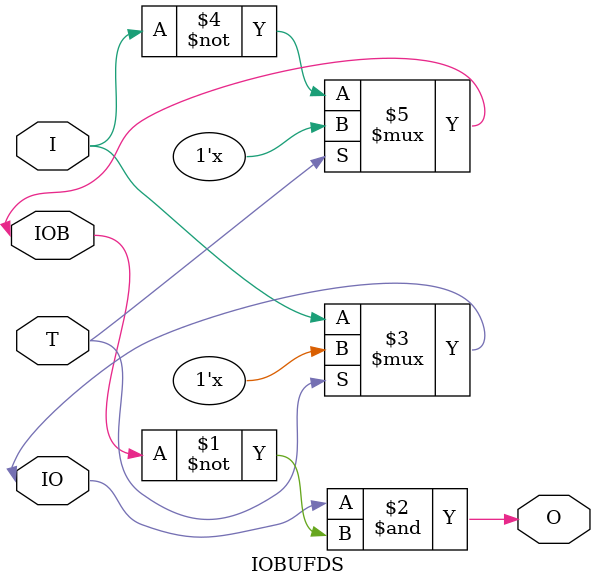
<source format=v>
module IOBUFDS (O, IO, IOB, I, T);

`ifdef XIL_TIMING
    parameter LOC = "UNPLACED";
`endif // `ifdef XIL_TIMING
    parameter DIFF_TERM = "FALSE";
    parameter DQS_BIAS = "FALSE";
    parameter IBUF_LOW_PWR = "TRUE";
    parameter IOSTANDARD = "DEFAULT";
    parameter SLEW = "SLOW";

   localparam MODULE_NAME = "IOBUFDS";


    output O;
    inout  IO, IOB;
    input  I, T;

   assign O = IO & ~IOB;
   assign IO = T ? 1'bz : I;
   assign IOB = T ? 1'bz : ~I;
   
endmodule

</source>
